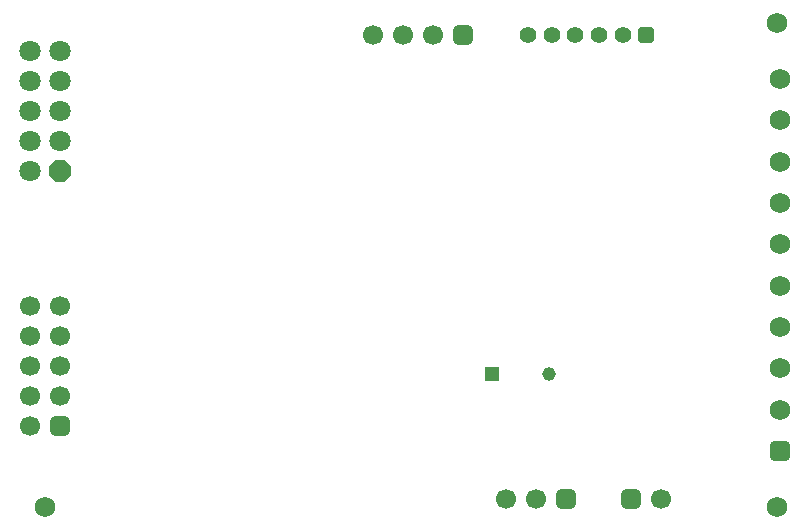
<source format=gbs>
G04*
G04 #@! TF.GenerationSoftware,Altium Limited,Altium Designer,21.0.8 (223)*
G04*
G04 Layer_Color=16711935*
%FSLAX24Y24*%
%MOIN*%
G70*
G04*
G04 #@! TF.SameCoordinates,FDC07EFC-1B29-4822-A7E3-1CBBEB92D143*
G04*
G04*
G04 #@! TF.FilePolarity,Negative*
G04*
G01*
G75*
%ADD69C,0.0669*%
G04:AMPARAMS|DCode=70|XSize=66.9mil|YSize=66.9mil|CornerRadius=17.7mil|HoleSize=0mil|Usage=FLASHONLY|Rotation=90.000|XOffset=0mil|YOffset=0mil|HoleType=Round|Shape=RoundedRectangle|*
%AMROUNDEDRECTD70*
21,1,0.0669,0.0315,0,0,90.0*
21,1,0.0315,0.0669,0,0,90.0*
1,1,0.0354,0.0157,0.0157*
1,1,0.0354,0.0157,-0.0157*
1,1,0.0354,-0.0157,-0.0157*
1,1,0.0354,-0.0157,0.0157*
%
%ADD70ROUNDEDRECTD70*%
%ADD71C,0.0709*%
%ADD72P,0.0767X8X112.5*%
G04:AMPARAMS|DCode=73|XSize=66.9mil|YSize=66.9mil|CornerRadius=17.7mil|HoleSize=0mil|Usage=FLASHONLY|Rotation=180.000|XOffset=0mil|YOffset=0mil|HoleType=Round|Shape=RoundedRectangle|*
%AMROUNDEDRECTD73*
21,1,0.0669,0.0315,0,0,180.0*
21,1,0.0315,0.0669,0,0,180.0*
1,1,0.0354,-0.0157,0.0157*
1,1,0.0354,0.0157,0.0157*
1,1,0.0354,0.0157,-0.0157*
1,1,0.0354,-0.0157,-0.0157*
%
%ADD73ROUNDEDRECTD73*%
%ADD74C,0.0551*%
G04:AMPARAMS|DCode=75|XSize=55.1mil|YSize=55.1mil|CornerRadius=14.8mil|HoleSize=0mil|Usage=FLASHONLY|Rotation=180.000|XOffset=0mil|YOffset=0mil|HoleType=Round|Shape=RoundedRectangle|*
%AMROUNDEDRECTD75*
21,1,0.0551,0.0256,0,0,180.0*
21,1,0.0256,0.0551,0,0,180.0*
1,1,0.0295,-0.0128,0.0128*
1,1,0.0295,0.0128,0.0128*
1,1,0.0295,0.0128,-0.0128*
1,1,0.0295,-0.0128,-0.0128*
%
%ADD75ROUNDEDRECTD75*%
%ADD76R,0.0453X0.0453*%
%ADD77C,0.0453*%
%ADD78C,0.0689*%
G04:AMPARAMS|DCode=79|XSize=68.9mil|YSize=68.9mil|CornerRadius=18.2mil|HoleSize=0mil|Usage=FLASHONLY|Rotation=90.000|XOffset=0mil|YOffset=0mil|HoleType=Round|Shape=RoundedRectangle|*
%AMROUNDEDRECTD79*
21,1,0.0689,0.0325,0,0,90.0*
21,1,0.0325,0.0689,0,0,90.0*
1,1,0.0364,0.0162,0.0162*
1,1,0.0364,0.0162,-0.0162*
1,1,0.0364,-0.0162,-0.0162*
1,1,0.0364,-0.0162,0.0162*
%
%ADD79ROUNDEDRECTD79*%
D69*
X3248Y7701D02*
D03*
Y6701D02*
D03*
X2248Y7701D02*
D03*
Y6701D02*
D03*
X3248Y5701D02*
D03*
X2248D02*
D03*
Y4701D02*
D03*
X3248D02*
D03*
X2248Y3701D02*
D03*
X13697Y16732D02*
D03*
X14697D02*
D03*
X15697D02*
D03*
X19134Y1260D02*
D03*
X18134D02*
D03*
X23295D02*
D03*
D70*
X3248Y3701D02*
D03*
D71*
X2256Y16173D02*
D03*
Y14173D02*
D03*
Y15173D02*
D03*
X3256Y16173D02*
D03*
Y15173D02*
D03*
X2256Y12173D02*
D03*
X3256Y13173D02*
D03*
X2256D02*
D03*
X3256Y14173D02*
D03*
D72*
Y12173D02*
D03*
D73*
X16697Y16732D02*
D03*
X20134Y1260D02*
D03*
X22295D02*
D03*
D74*
X21220Y16732D02*
D03*
X22008D02*
D03*
X20433D02*
D03*
X19646D02*
D03*
X18858D02*
D03*
D75*
X22795D02*
D03*
D76*
X17642Y5413D02*
D03*
D77*
X19563D02*
D03*
D78*
X27274Y15256D02*
D03*
Y13878D02*
D03*
Y12500D02*
D03*
Y8366D02*
D03*
Y4232D02*
D03*
Y5610D02*
D03*
Y6988D02*
D03*
Y9744D02*
D03*
Y11122D02*
D03*
X2756Y984D02*
D03*
X27165D02*
D03*
Y17126D02*
D03*
D79*
X27274Y2854D02*
D03*
M02*

</source>
